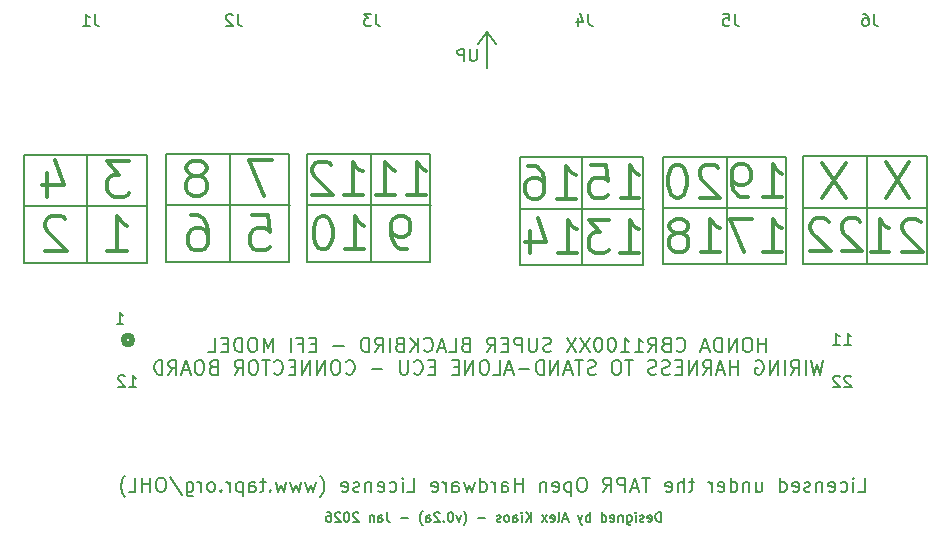
<source format=gbo>
G04 #@! TF.GenerationSoftware,KiCad,Pcbnew,6.0.11-2627ca5db0~126~ubuntu22.04.1*
G04 #@! TF.CreationDate,2026-01-10T21:31:22+11:00*
G04 #@! TF.ProjectId,CBR_AdapterBoard,4342525f-4164-4617-9074-6572426f6172,rev?*
G04 #@! TF.SameCoordinates,Original*
G04 #@! TF.FileFunction,Legend,Bot*
G04 #@! TF.FilePolarity,Positive*
%FSLAX46Y46*%
G04 Gerber Fmt 4.6, Leading zero omitted, Abs format (unit mm)*
G04 Created by KiCad (PCBNEW 6.0.11-2627ca5db0~126~ubuntu22.04.1) date 2026-01-10 21:31:22*
%MOMM*%
%LPD*%
G01*
G04 APERTURE LIST*
%ADD10C,0.150000*%
%ADD11C,0.200000*%
%ADD12C,0.300000*%
%ADD13C,0.508000*%
G04 APERTURE END LIST*
D10*
X160525000Y-76620000D02*
X160525000Y-67545000D01*
D11*
X140201000Y-59986000D02*
X140201000Y-56938000D01*
X140201000Y-56938000D02*
X139439000Y-57954000D01*
D10*
X113062500Y-76420000D02*
X123487500Y-76420000D01*
X123487500Y-76420000D02*
X123487500Y-67282500D01*
X123487500Y-67282500D02*
X113062500Y-67282500D01*
X113062500Y-67282500D02*
X113062500Y-76420000D01*
X118475000Y-76382500D02*
X118475000Y-67307500D01*
X155150000Y-71895000D02*
X165575000Y-71895000D01*
X148280000Y-76705000D02*
X148280000Y-67630000D01*
X101012500Y-71732500D02*
X111437500Y-71732500D01*
X100975000Y-76495000D02*
X111400000Y-76495000D01*
X111400000Y-76495000D02*
X111400000Y-67357500D01*
X111400000Y-67357500D02*
X100975000Y-67357500D01*
X100975000Y-67357500D02*
X100975000Y-76495000D01*
X106387500Y-76457500D02*
X106387500Y-67382500D01*
X124987500Y-76420000D02*
X135412500Y-76420000D01*
X135412500Y-76420000D02*
X135412500Y-67282500D01*
X135412500Y-67282500D02*
X124987500Y-67282500D01*
X124987500Y-67282500D02*
X124987500Y-76420000D01*
X167012500Y-76607500D02*
X177437500Y-76607500D01*
X177437500Y-76607500D02*
X177437500Y-67470000D01*
X177437500Y-67470000D02*
X167012500Y-67470000D01*
X167012500Y-67470000D02*
X167012500Y-76607500D01*
X167050000Y-71845000D02*
X177475000Y-71845000D01*
D11*
X140963000Y-57954000D02*
X140201000Y-56938000D01*
D10*
X172425000Y-76570000D02*
X172425000Y-67495000D01*
X125025000Y-71657500D02*
X135450000Y-71657500D01*
X143062500Y-71970000D02*
X153487500Y-71970000D01*
X155112500Y-76657500D02*
X165537500Y-76657500D01*
X165537500Y-76657500D02*
X165537500Y-67520000D01*
X165537500Y-67520000D02*
X155112500Y-67520000D01*
X155112500Y-67520000D02*
X155112500Y-76657500D01*
X143025000Y-76732500D02*
X153450000Y-76732500D01*
X153450000Y-76732500D02*
X153450000Y-67595000D01*
X153450000Y-67595000D02*
X143025000Y-67595000D01*
X143025000Y-67595000D02*
X143025000Y-76732500D01*
X130400000Y-76382500D02*
X130400000Y-67307500D01*
X113100000Y-71657500D02*
X123525000Y-71657500D01*
D12*
X146245833Y-75686666D02*
X147845833Y-75686666D01*
X147045833Y-75686666D02*
X147045833Y-72886666D01*
X147312500Y-73286666D01*
X147579166Y-73553333D01*
X147845833Y-73686666D01*
X143845833Y-73820000D02*
X143845833Y-75686666D01*
X144512500Y-72753333D02*
X145179166Y-74753333D01*
X143445833Y-74753333D01*
D10*
X170460476Y-83472380D02*
X171031904Y-83472380D01*
X170746190Y-83472380D02*
X170746190Y-82472380D01*
X170841428Y-82615238D01*
X170936666Y-82710476D01*
X171031904Y-82758095D01*
X169508095Y-83472380D02*
X170079523Y-83472380D01*
X169793809Y-83472380D02*
X169793809Y-82472380D01*
X169889047Y-82615238D01*
X169984285Y-82710476D01*
X170079523Y-82758095D01*
D12*
X133458333Y-75374166D02*
X132925000Y-75374166D01*
X132658333Y-75240833D01*
X132525000Y-75107500D01*
X132258333Y-74707500D01*
X132125000Y-74174166D01*
X132125000Y-73107500D01*
X132258333Y-72840833D01*
X132391666Y-72707500D01*
X132658333Y-72574166D01*
X133191666Y-72574166D01*
X133458333Y-72707500D01*
X133591666Y-72840833D01*
X133725000Y-73107500D01*
X133725000Y-73774166D01*
X133591666Y-74040833D01*
X133458333Y-74174166D01*
X133191666Y-74307500D01*
X132658333Y-74307500D01*
X132391666Y-74174166D01*
X132258333Y-74040833D01*
X132125000Y-73774166D01*
D10*
X171634285Y-95902857D02*
X172205714Y-95902857D01*
X172205714Y-94702857D01*
X171234285Y-95902857D02*
X171234285Y-95102857D01*
X171234285Y-94702857D02*
X171291428Y-94760000D01*
X171234285Y-94817142D01*
X171177142Y-94760000D01*
X171234285Y-94702857D01*
X171234285Y-94817142D01*
X170148571Y-95845714D02*
X170262857Y-95902857D01*
X170491428Y-95902857D01*
X170605714Y-95845714D01*
X170662857Y-95788571D01*
X170720000Y-95674285D01*
X170720000Y-95331428D01*
X170662857Y-95217142D01*
X170605714Y-95160000D01*
X170491428Y-95102857D01*
X170262857Y-95102857D01*
X170148571Y-95160000D01*
X169177142Y-95845714D02*
X169291428Y-95902857D01*
X169520000Y-95902857D01*
X169634285Y-95845714D01*
X169691428Y-95731428D01*
X169691428Y-95274285D01*
X169634285Y-95160000D01*
X169520000Y-95102857D01*
X169291428Y-95102857D01*
X169177142Y-95160000D01*
X169120000Y-95274285D01*
X169120000Y-95388571D01*
X169691428Y-95502857D01*
X168605714Y-95102857D02*
X168605714Y-95902857D01*
X168605714Y-95217142D02*
X168548571Y-95160000D01*
X168434285Y-95102857D01*
X168262857Y-95102857D01*
X168148571Y-95160000D01*
X168091428Y-95274285D01*
X168091428Y-95902857D01*
X167577142Y-95845714D02*
X167462857Y-95902857D01*
X167234285Y-95902857D01*
X167120000Y-95845714D01*
X167062857Y-95731428D01*
X167062857Y-95674285D01*
X167120000Y-95560000D01*
X167234285Y-95502857D01*
X167405714Y-95502857D01*
X167520000Y-95445714D01*
X167577142Y-95331428D01*
X167577142Y-95274285D01*
X167520000Y-95160000D01*
X167405714Y-95102857D01*
X167234285Y-95102857D01*
X167120000Y-95160000D01*
X166091428Y-95845714D02*
X166205714Y-95902857D01*
X166434285Y-95902857D01*
X166548571Y-95845714D01*
X166605714Y-95731428D01*
X166605714Y-95274285D01*
X166548571Y-95160000D01*
X166434285Y-95102857D01*
X166205714Y-95102857D01*
X166091428Y-95160000D01*
X166034285Y-95274285D01*
X166034285Y-95388571D01*
X166605714Y-95502857D01*
X165005714Y-95902857D02*
X165005714Y-94702857D01*
X165005714Y-95845714D02*
X165120000Y-95902857D01*
X165348571Y-95902857D01*
X165462857Y-95845714D01*
X165520000Y-95788571D01*
X165577142Y-95674285D01*
X165577142Y-95331428D01*
X165520000Y-95217142D01*
X165462857Y-95160000D01*
X165348571Y-95102857D01*
X165120000Y-95102857D01*
X165005714Y-95160000D01*
X163005714Y-95102857D02*
X163005714Y-95902857D01*
X163520000Y-95102857D02*
X163520000Y-95731428D01*
X163462857Y-95845714D01*
X163348571Y-95902857D01*
X163177142Y-95902857D01*
X163062857Y-95845714D01*
X163005714Y-95788571D01*
X162434285Y-95102857D02*
X162434285Y-95902857D01*
X162434285Y-95217142D02*
X162377142Y-95160000D01*
X162262857Y-95102857D01*
X162091428Y-95102857D01*
X161977142Y-95160000D01*
X161920000Y-95274285D01*
X161920000Y-95902857D01*
X160834285Y-95902857D02*
X160834285Y-94702857D01*
X160834285Y-95845714D02*
X160948571Y-95902857D01*
X161177142Y-95902857D01*
X161291428Y-95845714D01*
X161348571Y-95788571D01*
X161405714Y-95674285D01*
X161405714Y-95331428D01*
X161348571Y-95217142D01*
X161291428Y-95160000D01*
X161177142Y-95102857D01*
X160948571Y-95102857D01*
X160834285Y-95160000D01*
X159805714Y-95845714D02*
X159920000Y-95902857D01*
X160148571Y-95902857D01*
X160262857Y-95845714D01*
X160320000Y-95731428D01*
X160320000Y-95274285D01*
X160262857Y-95160000D01*
X160148571Y-95102857D01*
X159920000Y-95102857D01*
X159805714Y-95160000D01*
X159748571Y-95274285D01*
X159748571Y-95388571D01*
X160320000Y-95502857D01*
X159234285Y-95902857D02*
X159234285Y-95102857D01*
X159234285Y-95331428D02*
X159177142Y-95217142D01*
X159120000Y-95160000D01*
X159005714Y-95102857D01*
X158891428Y-95102857D01*
X157748571Y-95102857D02*
X157291428Y-95102857D01*
X157577142Y-94702857D02*
X157577142Y-95731428D01*
X157520000Y-95845714D01*
X157405714Y-95902857D01*
X157291428Y-95902857D01*
X156891428Y-95902857D02*
X156891428Y-94702857D01*
X156377142Y-95902857D02*
X156377142Y-95274285D01*
X156434285Y-95160000D01*
X156548571Y-95102857D01*
X156720000Y-95102857D01*
X156834285Y-95160000D01*
X156891428Y-95217142D01*
X155348571Y-95845714D02*
X155462857Y-95902857D01*
X155691428Y-95902857D01*
X155805714Y-95845714D01*
X155862857Y-95731428D01*
X155862857Y-95274285D01*
X155805714Y-95160000D01*
X155691428Y-95102857D01*
X155462857Y-95102857D01*
X155348571Y-95160000D01*
X155291428Y-95274285D01*
X155291428Y-95388571D01*
X155862857Y-95502857D01*
X154034285Y-94702857D02*
X153348571Y-94702857D01*
X153691428Y-95902857D02*
X153691428Y-94702857D01*
X153005714Y-95560000D02*
X152434285Y-95560000D01*
X153120000Y-95902857D02*
X152720000Y-94702857D01*
X152320000Y-95902857D01*
X151920000Y-95902857D02*
X151920000Y-94702857D01*
X151462857Y-94702857D01*
X151348571Y-94760000D01*
X151291428Y-94817142D01*
X151234285Y-94931428D01*
X151234285Y-95102857D01*
X151291428Y-95217142D01*
X151348571Y-95274285D01*
X151462857Y-95331428D01*
X151920000Y-95331428D01*
X150034285Y-95902857D02*
X150434285Y-95331428D01*
X150720000Y-95902857D02*
X150720000Y-94702857D01*
X150262857Y-94702857D01*
X150148571Y-94760000D01*
X150091428Y-94817142D01*
X150034285Y-94931428D01*
X150034285Y-95102857D01*
X150091428Y-95217142D01*
X150148571Y-95274285D01*
X150262857Y-95331428D01*
X150720000Y-95331428D01*
X148377142Y-94702857D02*
X148148571Y-94702857D01*
X148034285Y-94760000D01*
X147920000Y-94874285D01*
X147862857Y-95102857D01*
X147862857Y-95502857D01*
X147920000Y-95731428D01*
X148034285Y-95845714D01*
X148148571Y-95902857D01*
X148377142Y-95902857D01*
X148491428Y-95845714D01*
X148605714Y-95731428D01*
X148662857Y-95502857D01*
X148662857Y-95102857D01*
X148605714Y-94874285D01*
X148491428Y-94760000D01*
X148377142Y-94702857D01*
X147348571Y-95102857D02*
X147348571Y-96302857D01*
X147348571Y-95160000D02*
X147234285Y-95102857D01*
X147005714Y-95102857D01*
X146891428Y-95160000D01*
X146834285Y-95217142D01*
X146777142Y-95331428D01*
X146777142Y-95674285D01*
X146834285Y-95788571D01*
X146891428Y-95845714D01*
X147005714Y-95902857D01*
X147234285Y-95902857D01*
X147348571Y-95845714D01*
X145805714Y-95845714D02*
X145920000Y-95902857D01*
X146148571Y-95902857D01*
X146262857Y-95845714D01*
X146320000Y-95731428D01*
X146320000Y-95274285D01*
X146262857Y-95160000D01*
X146148571Y-95102857D01*
X145920000Y-95102857D01*
X145805714Y-95160000D01*
X145748571Y-95274285D01*
X145748571Y-95388571D01*
X146320000Y-95502857D01*
X145234285Y-95102857D02*
X145234285Y-95902857D01*
X145234285Y-95217142D02*
X145177142Y-95160000D01*
X145062857Y-95102857D01*
X144891428Y-95102857D01*
X144777142Y-95160000D01*
X144720000Y-95274285D01*
X144720000Y-95902857D01*
X143234285Y-95902857D02*
X143234285Y-94702857D01*
X143234285Y-95274285D02*
X142548571Y-95274285D01*
X142548571Y-95902857D02*
X142548571Y-94702857D01*
X141462857Y-95902857D02*
X141462857Y-95274285D01*
X141520000Y-95160000D01*
X141634285Y-95102857D01*
X141862857Y-95102857D01*
X141977142Y-95160000D01*
X141462857Y-95845714D02*
X141577142Y-95902857D01*
X141862857Y-95902857D01*
X141977142Y-95845714D01*
X142034285Y-95731428D01*
X142034285Y-95617142D01*
X141977142Y-95502857D01*
X141862857Y-95445714D01*
X141577142Y-95445714D01*
X141462857Y-95388571D01*
X140891428Y-95902857D02*
X140891428Y-95102857D01*
X140891428Y-95331428D02*
X140834285Y-95217142D01*
X140777142Y-95160000D01*
X140662857Y-95102857D01*
X140548571Y-95102857D01*
X139634285Y-95902857D02*
X139634285Y-94702857D01*
X139634285Y-95845714D02*
X139748571Y-95902857D01*
X139977142Y-95902857D01*
X140091428Y-95845714D01*
X140148571Y-95788571D01*
X140205714Y-95674285D01*
X140205714Y-95331428D01*
X140148571Y-95217142D01*
X140091428Y-95160000D01*
X139977142Y-95102857D01*
X139748571Y-95102857D01*
X139634285Y-95160000D01*
X139177142Y-95102857D02*
X138948571Y-95902857D01*
X138720000Y-95331428D01*
X138491428Y-95902857D01*
X138262857Y-95102857D01*
X137291428Y-95902857D02*
X137291428Y-95274285D01*
X137348571Y-95160000D01*
X137462857Y-95102857D01*
X137691428Y-95102857D01*
X137805714Y-95160000D01*
X137291428Y-95845714D02*
X137405714Y-95902857D01*
X137691428Y-95902857D01*
X137805714Y-95845714D01*
X137862857Y-95731428D01*
X137862857Y-95617142D01*
X137805714Y-95502857D01*
X137691428Y-95445714D01*
X137405714Y-95445714D01*
X137291428Y-95388571D01*
X136720000Y-95902857D02*
X136720000Y-95102857D01*
X136720000Y-95331428D02*
X136662857Y-95217142D01*
X136605714Y-95160000D01*
X136491428Y-95102857D01*
X136377142Y-95102857D01*
X135520000Y-95845714D02*
X135634285Y-95902857D01*
X135862857Y-95902857D01*
X135977142Y-95845714D01*
X136034285Y-95731428D01*
X136034285Y-95274285D01*
X135977142Y-95160000D01*
X135862857Y-95102857D01*
X135634285Y-95102857D01*
X135520000Y-95160000D01*
X135462857Y-95274285D01*
X135462857Y-95388571D01*
X136034285Y-95502857D01*
X133462857Y-95902857D02*
X134034285Y-95902857D01*
X134034285Y-94702857D01*
X133062857Y-95902857D02*
X133062857Y-95102857D01*
X133062857Y-94702857D02*
X133120000Y-94760000D01*
X133062857Y-94817142D01*
X133005714Y-94760000D01*
X133062857Y-94702857D01*
X133062857Y-94817142D01*
X131977142Y-95845714D02*
X132091428Y-95902857D01*
X132320000Y-95902857D01*
X132434285Y-95845714D01*
X132491428Y-95788571D01*
X132548571Y-95674285D01*
X132548571Y-95331428D01*
X132491428Y-95217142D01*
X132434285Y-95160000D01*
X132320000Y-95102857D01*
X132091428Y-95102857D01*
X131977142Y-95160000D01*
X131005714Y-95845714D02*
X131120000Y-95902857D01*
X131348571Y-95902857D01*
X131462857Y-95845714D01*
X131520000Y-95731428D01*
X131520000Y-95274285D01*
X131462857Y-95160000D01*
X131348571Y-95102857D01*
X131120000Y-95102857D01*
X131005714Y-95160000D01*
X130948571Y-95274285D01*
X130948571Y-95388571D01*
X131520000Y-95502857D01*
X130434285Y-95102857D02*
X130434285Y-95902857D01*
X130434285Y-95217142D02*
X130377142Y-95160000D01*
X130262857Y-95102857D01*
X130091428Y-95102857D01*
X129977142Y-95160000D01*
X129920000Y-95274285D01*
X129920000Y-95902857D01*
X129405714Y-95845714D02*
X129291428Y-95902857D01*
X129062857Y-95902857D01*
X128948571Y-95845714D01*
X128891428Y-95731428D01*
X128891428Y-95674285D01*
X128948571Y-95560000D01*
X129062857Y-95502857D01*
X129234285Y-95502857D01*
X129348571Y-95445714D01*
X129405714Y-95331428D01*
X129405714Y-95274285D01*
X129348571Y-95160000D01*
X129234285Y-95102857D01*
X129062857Y-95102857D01*
X128948571Y-95160000D01*
X127920000Y-95845714D02*
X128034285Y-95902857D01*
X128262857Y-95902857D01*
X128377142Y-95845714D01*
X128434285Y-95731428D01*
X128434285Y-95274285D01*
X128377142Y-95160000D01*
X128262857Y-95102857D01*
X128034285Y-95102857D01*
X127920000Y-95160000D01*
X127862857Y-95274285D01*
X127862857Y-95388571D01*
X128434285Y-95502857D01*
X126091428Y-96360000D02*
X126148571Y-96302857D01*
X126262857Y-96131428D01*
X126320000Y-96017142D01*
X126377142Y-95845714D01*
X126434285Y-95560000D01*
X126434285Y-95331428D01*
X126377142Y-95045714D01*
X126320000Y-94874285D01*
X126262857Y-94760000D01*
X126148571Y-94588571D01*
X126091428Y-94531428D01*
X125748571Y-95102857D02*
X125520000Y-95902857D01*
X125291428Y-95331428D01*
X125062857Y-95902857D01*
X124834285Y-95102857D01*
X124491428Y-95102857D02*
X124262857Y-95902857D01*
X124034285Y-95331428D01*
X123805714Y-95902857D01*
X123577142Y-95102857D01*
X123234285Y-95102857D02*
X123005714Y-95902857D01*
X122777142Y-95331428D01*
X122548571Y-95902857D01*
X122320000Y-95102857D01*
X121862857Y-95788571D02*
X121805714Y-95845714D01*
X121862857Y-95902857D01*
X121920000Y-95845714D01*
X121862857Y-95788571D01*
X121862857Y-95902857D01*
X121462857Y-95102857D02*
X121005714Y-95102857D01*
X121291428Y-94702857D02*
X121291428Y-95731428D01*
X121234285Y-95845714D01*
X121120000Y-95902857D01*
X121005714Y-95902857D01*
X120091428Y-95902857D02*
X120091428Y-95274285D01*
X120148571Y-95160000D01*
X120262857Y-95102857D01*
X120491428Y-95102857D01*
X120605714Y-95160000D01*
X120091428Y-95845714D02*
X120205714Y-95902857D01*
X120491428Y-95902857D01*
X120605714Y-95845714D01*
X120662857Y-95731428D01*
X120662857Y-95617142D01*
X120605714Y-95502857D01*
X120491428Y-95445714D01*
X120205714Y-95445714D01*
X120091428Y-95388571D01*
X119520000Y-95102857D02*
X119520000Y-96302857D01*
X119520000Y-95160000D02*
X119405714Y-95102857D01*
X119177142Y-95102857D01*
X119062857Y-95160000D01*
X119005714Y-95217142D01*
X118948571Y-95331428D01*
X118948571Y-95674285D01*
X119005714Y-95788571D01*
X119062857Y-95845714D01*
X119177142Y-95902857D01*
X119405714Y-95902857D01*
X119520000Y-95845714D01*
X118434285Y-95902857D02*
X118434285Y-95102857D01*
X118434285Y-95331428D02*
X118377142Y-95217142D01*
X118320000Y-95160000D01*
X118205714Y-95102857D01*
X118091428Y-95102857D01*
X117691428Y-95788571D02*
X117634285Y-95845714D01*
X117691428Y-95902857D01*
X117748571Y-95845714D01*
X117691428Y-95788571D01*
X117691428Y-95902857D01*
X116948571Y-95902857D02*
X117062857Y-95845714D01*
X117120000Y-95788571D01*
X117177142Y-95674285D01*
X117177142Y-95331428D01*
X117120000Y-95217142D01*
X117062857Y-95160000D01*
X116948571Y-95102857D01*
X116777142Y-95102857D01*
X116662857Y-95160000D01*
X116605714Y-95217142D01*
X116548571Y-95331428D01*
X116548571Y-95674285D01*
X116605714Y-95788571D01*
X116662857Y-95845714D01*
X116777142Y-95902857D01*
X116948571Y-95902857D01*
X116034285Y-95902857D02*
X116034285Y-95102857D01*
X116034285Y-95331428D02*
X115977142Y-95217142D01*
X115920000Y-95160000D01*
X115805714Y-95102857D01*
X115691428Y-95102857D01*
X114777142Y-95102857D02*
X114777142Y-96074285D01*
X114834285Y-96188571D01*
X114891428Y-96245714D01*
X115005714Y-96302857D01*
X115177142Y-96302857D01*
X115291428Y-96245714D01*
X114777142Y-95845714D02*
X114891428Y-95902857D01*
X115120000Y-95902857D01*
X115234285Y-95845714D01*
X115291428Y-95788571D01*
X115348571Y-95674285D01*
X115348571Y-95331428D01*
X115291428Y-95217142D01*
X115234285Y-95160000D01*
X115120000Y-95102857D01*
X114891428Y-95102857D01*
X114777142Y-95160000D01*
X113348571Y-94645714D02*
X114377142Y-96188571D01*
X112720000Y-94702857D02*
X112491428Y-94702857D01*
X112377142Y-94760000D01*
X112262857Y-94874285D01*
X112205714Y-95102857D01*
X112205714Y-95502857D01*
X112262857Y-95731428D01*
X112377142Y-95845714D01*
X112491428Y-95902857D01*
X112720000Y-95902857D01*
X112834285Y-95845714D01*
X112948571Y-95731428D01*
X113005714Y-95502857D01*
X113005714Y-95102857D01*
X112948571Y-94874285D01*
X112834285Y-94760000D01*
X112720000Y-94702857D01*
X111691428Y-95902857D02*
X111691428Y-94702857D01*
X111691428Y-95274285D02*
X111005714Y-95274285D01*
X111005714Y-95902857D02*
X111005714Y-94702857D01*
X109862857Y-95902857D02*
X110434285Y-95902857D01*
X110434285Y-94702857D01*
X109577142Y-96360000D02*
X109520000Y-96302857D01*
X109405714Y-96131428D01*
X109348571Y-96017142D01*
X109291428Y-95845714D01*
X109234285Y-95560000D01*
X109234285Y-95331428D01*
X109291428Y-95045714D01*
X109348571Y-94874285D01*
X109405714Y-94760000D01*
X109520000Y-94588571D01*
X109577142Y-94531428D01*
D12*
X163608333Y-75611666D02*
X165208333Y-75611666D01*
X164408333Y-75611666D02*
X164408333Y-72811666D01*
X164675000Y-73211666D01*
X164941666Y-73478333D01*
X165208333Y-73611666D01*
X162675000Y-72811666D02*
X160808333Y-72811666D01*
X162008333Y-75611666D01*
X151520833Y-71061666D02*
X153120833Y-71061666D01*
X152320833Y-71061666D02*
X152320833Y-68261666D01*
X152587500Y-68661666D01*
X152854166Y-68928333D01*
X153120833Y-69061666D01*
X148987500Y-68261666D02*
X150320833Y-68261666D01*
X150454166Y-69595000D01*
X150320833Y-69461666D01*
X150054166Y-69328333D01*
X149387500Y-69328333D01*
X149120833Y-69461666D01*
X148987500Y-69595000D01*
X148854166Y-69861666D01*
X148854166Y-70528333D01*
X148987500Y-70795000D01*
X149120833Y-70928333D01*
X149387500Y-71061666D01*
X150054166Y-71061666D01*
X150320833Y-70928333D01*
X150454166Y-70795000D01*
X151495833Y-75686666D02*
X153095833Y-75686666D01*
X152295833Y-75686666D02*
X152295833Y-72886666D01*
X152562500Y-73286666D01*
X152829166Y-73553333D01*
X153095833Y-73686666D01*
X150562500Y-72886666D02*
X148829166Y-72886666D01*
X149762500Y-73953333D01*
X149362500Y-73953333D01*
X149095833Y-74086666D01*
X148962500Y-74220000D01*
X148829166Y-74486666D01*
X148829166Y-75153333D01*
X148962500Y-75420000D01*
X149095833Y-75553333D01*
X149362500Y-75686666D01*
X150162500Y-75686666D01*
X150429166Y-75553333D01*
X150562500Y-75420000D01*
X170575000Y-68052142D02*
X168575000Y-71052142D01*
X168575000Y-68052142D02*
X170575000Y-71052142D01*
D10*
X107003333Y-55452380D02*
X107003333Y-56166666D01*
X107050952Y-56309523D01*
X107146190Y-56404761D01*
X107289047Y-56452380D01*
X107384285Y-56452380D01*
X106003333Y-56452380D02*
X106574761Y-56452380D01*
X106289047Y-56452380D02*
X106289047Y-55452380D01*
X106384285Y-55595238D01*
X106479523Y-55690476D01*
X106574761Y-55738095D01*
X172963333Y-55452380D02*
X172963333Y-56166666D01*
X173010952Y-56309523D01*
X173106190Y-56404761D01*
X173249047Y-56452380D01*
X173344285Y-56452380D01*
X172058571Y-55452380D02*
X172249047Y-55452380D01*
X172344285Y-55500000D01*
X172391904Y-55547619D01*
X172487142Y-55690476D01*
X172534761Y-55880952D01*
X172534761Y-56261904D01*
X172487142Y-56357142D01*
X172439523Y-56404761D01*
X172344285Y-56452380D01*
X172153809Y-56452380D01*
X172058571Y-56404761D01*
X172010952Y-56357142D01*
X171963333Y-56261904D01*
X171963333Y-56023809D01*
X172010952Y-55928571D01*
X172058571Y-55880952D01*
X172153809Y-55833333D01*
X172344285Y-55833333D01*
X172439523Y-55880952D01*
X172487142Y-55928571D01*
X172534761Y-56023809D01*
D12*
X175975000Y-68027142D02*
X173975000Y-71027142D01*
X173975000Y-68027142D02*
X175975000Y-71027142D01*
X108055357Y-75539642D02*
X109769642Y-75539642D01*
X108912500Y-75539642D02*
X108912500Y-72539642D01*
X109198214Y-72968214D01*
X109483928Y-73253928D01*
X109769642Y-73396785D01*
X122025000Y-67839642D02*
X120025000Y-67839642D01*
X121310714Y-70839642D01*
D10*
X148783333Y-55452380D02*
X148783333Y-56166666D01*
X148830952Y-56309523D01*
X148926190Y-56404761D01*
X149069047Y-56452380D01*
X149164285Y-56452380D01*
X147878571Y-55785714D02*
X147878571Y-56452380D01*
X148116666Y-55404761D02*
X148354761Y-56119047D01*
X147735714Y-56119047D01*
D12*
X171833333Y-73028333D02*
X171700000Y-72895000D01*
X171433333Y-72761666D01*
X170766666Y-72761666D01*
X170500000Y-72895000D01*
X170366666Y-73028333D01*
X170233333Y-73295000D01*
X170233333Y-73561666D01*
X170366666Y-73961666D01*
X171966666Y-75561666D01*
X170233333Y-75561666D01*
X169166666Y-73028333D02*
X169033333Y-72895000D01*
X168766666Y-72761666D01*
X168100000Y-72761666D01*
X167833333Y-72895000D01*
X167700000Y-73028333D01*
X167566666Y-73295000D01*
X167566666Y-73561666D01*
X167700000Y-73961666D01*
X169300000Y-75561666D01*
X167566666Y-75561666D01*
D10*
X130803333Y-55452380D02*
X130803333Y-56166666D01*
X130850952Y-56309523D01*
X130946190Y-56404761D01*
X131089047Y-56452380D01*
X131184285Y-56452380D01*
X130422380Y-55452380D02*
X129803333Y-55452380D01*
X130136666Y-55833333D01*
X129993809Y-55833333D01*
X129898571Y-55880952D01*
X129850952Y-55928571D01*
X129803333Y-56023809D01*
X129803333Y-56261904D01*
X129850952Y-56357142D01*
X129898571Y-56404761D01*
X129993809Y-56452380D01*
X130279523Y-56452380D01*
X130374761Y-56404761D01*
X130422380Y-56357142D01*
D12*
X133483333Y-70749166D02*
X135083333Y-70749166D01*
X134283333Y-70749166D02*
X134283333Y-67949166D01*
X134550000Y-68349166D01*
X134816666Y-68615833D01*
X135083333Y-68749166D01*
X130816666Y-70749166D02*
X132416666Y-70749166D01*
X131616666Y-70749166D02*
X131616666Y-67949166D01*
X131883333Y-68349166D01*
X132150000Y-68615833D01*
X132416666Y-68749166D01*
X128208333Y-75374166D02*
X129808333Y-75374166D01*
X129008333Y-75374166D02*
X129008333Y-72574166D01*
X129275000Y-72974166D01*
X129541666Y-73240833D01*
X129808333Y-73374166D01*
X126475000Y-72574166D02*
X126208333Y-72574166D01*
X125941666Y-72707500D01*
X125808333Y-72840833D01*
X125675000Y-73107500D01*
X125541666Y-73640833D01*
X125541666Y-74307500D01*
X125675000Y-74840833D01*
X125808333Y-75107500D01*
X125941666Y-75240833D01*
X126208333Y-75374166D01*
X126475000Y-75374166D01*
X126741666Y-75240833D01*
X126875000Y-75107500D01*
X127008333Y-74840833D01*
X127141666Y-74307500D01*
X127141666Y-73640833D01*
X127008333Y-73107500D01*
X126875000Y-72840833D01*
X126741666Y-72707500D01*
X126475000Y-72574166D01*
D10*
X119103333Y-55452380D02*
X119103333Y-56166666D01*
X119150952Y-56309523D01*
X119246190Y-56404761D01*
X119389047Y-56452380D01*
X119484285Y-56452380D01*
X118674761Y-55547619D02*
X118627142Y-55500000D01*
X118531904Y-55452380D01*
X118293809Y-55452380D01*
X118198571Y-55500000D01*
X118150952Y-55547619D01*
X118103333Y-55642857D01*
X118103333Y-55738095D01*
X118150952Y-55880952D01*
X118722380Y-56452380D01*
X118103333Y-56452380D01*
X108864285Y-81697380D02*
X109435714Y-81697380D01*
X109150000Y-81697380D02*
X109150000Y-80697380D01*
X109245238Y-80840238D01*
X109340476Y-80935476D01*
X109435714Y-80983095D01*
X154927380Y-98436904D02*
X154927380Y-97636904D01*
X154736904Y-97636904D01*
X154622619Y-97675000D01*
X154546428Y-97751190D01*
X154508333Y-97827380D01*
X154470238Y-97979761D01*
X154470238Y-98094047D01*
X154508333Y-98246428D01*
X154546428Y-98322619D01*
X154622619Y-98398809D01*
X154736904Y-98436904D01*
X154927380Y-98436904D01*
X153822619Y-98398809D02*
X153898809Y-98436904D01*
X154051190Y-98436904D01*
X154127380Y-98398809D01*
X154165476Y-98322619D01*
X154165476Y-98017857D01*
X154127380Y-97941666D01*
X154051190Y-97903571D01*
X153898809Y-97903571D01*
X153822619Y-97941666D01*
X153784523Y-98017857D01*
X153784523Y-98094047D01*
X154165476Y-98170238D01*
X153479761Y-98398809D02*
X153403571Y-98436904D01*
X153251190Y-98436904D01*
X153175000Y-98398809D01*
X153136904Y-98322619D01*
X153136904Y-98284523D01*
X153175000Y-98208333D01*
X153251190Y-98170238D01*
X153365476Y-98170238D01*
X153441666Y-98132142D01*
X153479761Y-98055952D01*
X153479761Y-98017857D01*
X153441666Y-97941666D01*
X153365476Y-97903571D01*
X153251190Y-97903571D01*
X153175000Y-97941666D01*
X152794047Y-98436904D02*
X152794047Y-97903571D01*
X152794047Y-97636904D02*
X152832142Y-97675000D01*
X152794047Y-97713095D01*
X152755952Y-97675000D01*
X152794047Y-97636904D01*
X152794047Y-97713095D01*
X152070238Y-97903571D02*
X152070238Y-98551190D01*
X152108333Y-98627380D01*
X152146428Y-98665476D01*
X152222619Y-98703571D01*
X152336904Y-98703571D01*
X152413095Y-98665476D01*
X152070238Y-98398809D02*
X152146428Y-98436904D01*
X152298809Y-98436904D01*
X152375000Y-98398809D01*
X152413095Y-98360714D01*
X152451190Y-98284523D01*
X152451190Y-98055952D01*
X152413095Y-97979761D01*
X152375000Y-97941666D01*
X152298809Y-97903571D01*
X152146428Y-97903571D01*
X152070238Y-97941666D01*
X151689285Y-97903571D02*
X151689285Y-98436904D01*
X151689285Y-97979761D02*
X151651190Y-97941666D01*
X151575000Y-97903571D01*
X151460714Y-97903571D01*
X151384523Y-97941666D01*
X151346428Y-98017857D01*
X151346428Y-98436904D01*
X150660714Y-98398809D02*
X150736904Y-98436904D01*
X150889285Y-98436904D01*
X150965476Y-98398809D01*
X151003571Y-98322619D01*
X151003571Y-98017857D01*
X150965476Y-97941666D01*
X150889285Y-97903571D01*
X150736904Y-97903571D01*
X150660714Y-97941666D01*
X150622619Y-98017857D01*
X150622619Y-98094047D01*
X151003571Y-98170238D01*
X149936904Y-98436904D02*
X149936904Y-97636904D01*
X149936904Y-98398809D02*
X150013095Y-98436904D01*
X150165476Y-98436904D01*
X150241666Y-98398809D01*
X150279761Y-98360714D01*
X150317857Y-98284523D01*
X150317857Y-98055952D01*
X150279761Y-97979761D01*
X150241666Y-97941666D01*
X150165476Y-97903571D01*
X150013095Y-97903571D01*
X149936904Y-97941666D01*
X148946428Y-98436904D02*
X148946428Y-97636904D01*
X148946428Y-97941666D02*
X148870238Y-97903571D01*
X148717857Y-97903571D01*
X148641666Y-97941666D01*
X148603571Y-97979761D01*
X148565476Y-98055952D01*
X148565476Y-98284523D01*
X148603571Y-98360714D01*
X148641666Y-98398809D01*
X148717857Y-98436904D01*
X148870238Y-98436904D01*
X148946428Y-98398809D01*
X148298809Y-97903571D02*
X148108333Y-98436904D01*
X147917857Y-97903571D02*
X148108333Y-98436904D01*
X148184523Y-98627380D01*
X148222619Y-98665476D01*
X148298809Y-98703571D01*
X147041666Y-98208333D02*
X146660714Y-98208333D01*
X147117857Y-98436904D02*
X146851190Y-97636904D01*
X146584523Y-98436904D01*
X146203571Y-98436904D02*
X146279761Y-98398809D01*
X146317857Y-98322619D01*
X146317857Y-97636904D01*
X145594047Y-98398809D02*
X145670238Y-98436904D01*
X145822619Y-98436904D01*
X145898809Y-98398809D01*
X145936904Y-98322619D01*
X145936904Y-98017857D01*
X145898809Y-97941666D01*
X145822619Y-97903571D01*
X145670238Y-97903571D01*
X145594047Y-97941666D01*
X145555952Y-98017857D01*
X145555952Y-98094047D01*
X145936904Y-98170238D01*
X145289285Y-98436904D02*
X144870238Y-97903571D01*
X145289285Y-97903571D02*
X144870238Y-98436904D01*
X143955952Y-98436904D02*
X143955952Y-97636904D01*
X143498809Y-98436904D02*
X143841666Y-97979761D01*
X143498809Y-97636904D02*
X143955952Y-98094047D01*
X143155952Y-98436904D02*
X143155952Y-97903571D01*
X143155952Y-97636904D02*
X143194047Y-97675000D01*
X143155952Y-97713095D01*
X143117857Y-97675000D01*
X143155952Y-97636904D01*
X143155952Y-97713095D01*
X142432142Y-98436904D02*
X142432142Y-98017857D01*
X142470238Y-97941666D01*
X142546428Y-97903571D01*
X142698809Y-97903571D01*
X142775000Y-97941666D01*
X142432142Y-98398809D02*
X142508333Y-98436904D01*
X142698809Y-98436904D01*
X142775000Y-98398809D01*
X142813095Y-98322619D01*
X142813095Y-98246428D01*
X142775000Y-98170238D01*
X142698809Y-98132142D01*
X142508333Y-98132142D01*
X142432142Y-98094047D01*
X141936904Y-98436904D02*
X142013095Y-98398809D01*
X142051190Y-98360714D01*
X142089285Y-98284523D01*
X142089285Y-98055952D01*
X142051190Y-97979761D01*
X142013095Y-97941666D01*
X141936904Y-97903571D01*
X141822619Y-97903571D01*
X141746428Y-97941666D01*
X141708333Y-97979761D01*
X141670238Y-98055952D01*
X141670238Y-98284523D01*
X141708333Y-98360714D01*
X141746428Y-98398809D01*
X141822619Y-98436904D01*
X141936904Y-98436904D01*
X141365476Y-98398809D02*
X141289285Y-98436904D01*
X141136904Y-98436904D01*
X141060714Y-98398809D01*
X141022619Y-98322619D01*
X141022619Y-98284523D01*
X141060714Y-98208333D01*
X141136904Y-98170238D01*
X141251190Y-98170238D01*
X141327380Y-98132142D01*
X141365476Y-98055952D01*
X141365476Y-98017857D01*
X141327380Y-97941666D01*
X141251190Y-97903571D01*
X141136904Y-97903571D01*
X141060714Y-97941666D01*
X140070238Y-98132142D02*
X139460714Y-98132142D01*
X138241666Y-98741666D02*
X138279761Y-98703571D01*
X138355952Y-98589285D01*
X138394047Y-98513095D01*
X138432142Y-98398809D01*
X138470238Y-98208333D01*
X138470238Y-98055952D01*
X138432142Y-97865476D01*
X138394047Y-97751190D01*
X138355952Y-97675000D01*
X138279761Y-97560714D01*
X138241666Y-97522619D01*
X138013095Y-97903571D02*
X137822619Y-98436904D01*
X137632142Y-97903571D01*
X137175000Y-97636904D02*
X137098809Y-97636904D01*
X137022619Y-97675000D01*
X136984523Y-97713095D01*
X136946428Y-97789285D01*
X136908333Y-97941666D01*
X136908333Y-98132142D01*
X136946428Y-98284523D01*
X136984523Y-98360714D01*
X137022619Y-98398809D01*
X137098809Y-98436904D01*
X137175000Y-98436904D01*
X137251190Y-98398809D01*
X137289285Y-98360714D01*
X137327380Y-98284523D01*
X137365476Y-98132142D01*
X137365476Y-97941666D01*
X137327380Y-97789285D01*
X137289285Y-97713095D01*
X137251190Y-97675000D01*
X137175000Y-97636904D01*
X136565476Y-98360714D02*
X136527380Y-98398809D01*
X136565476Y-98436904D01*
X136603571Y-98398809D01*
X136565476Y-98360714D01*
X136565476Y-98436904D01*
X136222619Y-97713095D02*
X136184523Y-97675000D01*
X136108333Y-97636904D01*
X135917857Y-97636904D01*
X135841666Y-97675000D01*
X135803571Y-97713095D01*
X135765476Y-97789285D01*
X135765476Y-97865476D01*
X135803571Y-97979761D01*
X136260714Y-98436904D01*
X135765476Y-98436904D01*
X135079761Y-98436904D02*
X135079761Y-98017857D01*
X135117857Y-97941666D01*
X135194047Y-97903571D01*
X135346428Y-97903571D01*
X135422619Y-97941666D01*
X135079761Y-98398809D02*
X135155952Y-98436904D01*
X135346428Y-98436904D01*
X135422619Y-98398809D01*
X135460714Y-98322619D01*
X135460714Y-98246428D01*
X135422619Y-98170238D01*
X135346428Y-98132142D01*
X135155952Y-98132142D01*
X135079761Y-98094047D01*
X134775000Y-98741666D02*
X134736904Y-98703571D01*
X134660714Y-98589285D01*
X134622619Y-98513095D01*
X134584523Y-98398809D01*
X134546428Y-98208333D01*
X134546428Y-98055952D01*
X134584523Y-97865476D01*
X134622619Y-97751190D01*
X134660714Y-97675000D01*
X134736904Y-97560714D01*
X134775000Y-97522619D01*
X133555952Y-98132142D02*
X132946428Y-98132142D01*
X131727380Y-97636904D02*
X131727380Y-98208333D01*
X131765476Y-98322619D01*
X131841666Y-98398809D01*
X131955952Y-98436904D01*
X132032142Y-98436904D01*
X131003571Y-98436904D02*
X131003571Y-98017857D01*
X131041666Y-97941666D01*
X131117857Y-97903571D01*
X131270238Y-97903571D01*
X131346428Y-97941666D01*
X131003571Y-98398809D02*
X131079761Y-98436904D01*
X131270238Y-98436904D01*
X131346428Y-98398809D01*
X131384523Y-98322619D01*
X131384523Y-98246428D01*
X131346428Y-98170238D01*
X131270238Y-98132142D01*
X131079761Y-98132142D01*
X131003571Y-98094047D01*
X130622619Y-97903571D02*
X130622619Y-98436904D01*
X130622619Y-97979761D02*
X130584523Y-97941666D01*
X130508333Y-97903571D01*
X130394047Y-97903571D01*
X130317857Y-97941666D01*
X130279761Y-98017857D01*
X130279761Y-98436904D01*
X129327380Y-97713095D02*
X129289285Y-97675000D01*
X129213095Y-97636904D01*
X129022619Y-97636904D01*
X128946428Y-97675000D01*
X128908333Y-97713095D01*
X128870238Y-97789285D01*
X128870238Y-97865476D01*
X128908333Y-97979761D01*
X129365476Y-98436904D01*
X128870238Y-98436904D01*
X128375000Y-97636904D02*
X128298809Y-97636904D01*
X128222619Y-97675000D01*
X128184523Y-97713095D01*
X128146428Y-97789285D01*
X128108333Y-97941666D01*
X128108333Y-98132142D01*
X128146428Y-98284523D01*
X128184523Y-98360714D01*
X128222619Y-98398809D01*
X128298809Y-98436904D01*
X128375000Y-98436904D01*
X128451190Y-98398809D01*
X128489285Y-98360714D01*
X128527380Y-98284523D01*
X128565476Y-98132142D01*
X128565476Y-97941666D01*
X128527380Y-97789285D01*
X128489285Y-97713095D01*
X128451190Y-97675000D01*
X128375000Y-97636904D01*
X127803571Y-97713095D02*
X127765476Y-97675000D01*
X127689285Y-97636904D01*
X127498809Y-97636904D01*
X127422619Y-97675000D01*
X127384523Y-97713095D01*
X127346428Y-97789285D01*
X127346428Y-97865476D01*
X127384523Y-97979761D01*
X127841666Y-98436904D01*
X127346428Y-98436904D01*
X126660714Y-97636904D02*
X126813095Y-97636904D01*
X126889285Y-97675000D01*
X126927380Y-97713095D01*
X127003571Y-97827380D01*
X127041666Y-97979761D01*
X127041666Y-98284523D01*
X127003571Y-98360714D01*
X126965476Y-98398809D01*
X126889285Y-98436904D01*
X126736904Y-98436904D01*
X126660714Y-98398809D01*
X126622619Y-98360714D01*
X126584523Y-98284523D01*
X126584523Y-98094047D01*
X126622619Y-98017857D01*
X126660714Y-97979761D01*
X126736904Y-97941666D01*
X126889285Y-97941666D01*
X126965476Y-97979761D01*
X127003571Y-98017857D01*
X127041666Y-98094047D01*
D12*
X176958333Y-73078333D02*
X176825000Y-72945000D01*
X176558333Y-72811666D01*
X175891666Y-72811666D01*
X175625000Y-72945000D01*
X175491666Y-73078333D01*
X175358333Y-73345000D01*
X175358333Y-73611666D01*
X175491666Y-74011666D01*
X177091666Y-75611666D01*
X175358333Y-75611666D01*
X172691666Y-75611666D02*
X174291666Y-75611666D01*
X173491666Y-75611666D02*
X173491666Y-72811666D01*
X173758333Y-73211666D01*
X174025000Y-73478333D01*
X174291666Y-73611666D01*
X146120833Y-71086666D02*
X147720833Y-71086666D01*
X146920833Y-71086666D02*
X146920833Y-68286666D01*
X147187500Y-68686666D01*
X147454166Y-68953333D01*
X147720833Y-69086666D01*
X143720833Y-68286666D02*
X144254166Y-68286666D01*
X144520833Y-68420000D01*
X144654166Y-68553333D01*
X144920833Y-68953333D01*
X145054166Y-69486666D01*
X145054166Y-70553333D01*
X144920833Y-70820000D01*
X144787500Y-70953333D01*
X144520833Y-71086666D01*
X143987500Y-71086666D01*
X143720833Y-70953333D01*
X143587500Y-70820000D01*
X143454166Y-70553333D01*
X143454166Y-69886666D01*
X143587500Y-69620000D01*
X143720833Y-69486666D01*
X143987500Y-69353333D01*
X144520833Y-69353333D01*
X144787500Y-69486666D01*
X144920833Y-69620000D01*
X145054166Y-69886666D01*
X104519642Y-72825357D02*
X104376785Y-72682500D01*
X104091071Y-72539642D01*
X103376785Y-72539642D01*
X103091071Y-72682500D01*
X102948214Y-72825357D01*
X102805357Y-73111071D01*
X102805357Y-73396785D01*
X102948214Y-73825357D01*
X104662500Y-75539642D01*
X102805357Y-75539642D01*
X115178571Y-72464642D02*
X115750000Y-72464642D01*
X116035714Y-72607500D01*
X116178571Y-72750357D01*
X116464285Y-73178928D01*
X116607142Y-73750357D01*
X116607142Y-74893214D01*
X116464285Y-75178928D01*
X116321428Y-75321785D01*
X116035714Y-75464642D01*
X115464285Y-75464642D01*
X115178571Y-75321785D01*
X115035714Y-75178928D01*
X114892857Y-74893214D01*
X114892857Y-74178928D01*
X115035714Y-73893214D01*
X115178571Y-73750357D01*
X115464285Y-73607500D01*
X116035714Y-73607500D01*
X116321428Y-73750357D01*
X116464285Y-73893214D01*
X116607142Y-74178928D01*
D10*
X161173333Y-55452380D02*
X161173333Y-56166666D01*
X161220952Y-56309523D01*
X161316190Y-56404761D01*
X161459047Y-56452380D01*
X161554285Y-56452380D01*
X160220952Y-55452380D02*
X160697142Y-55452380D01*
X160744761Y-55928571D01*
X160697142Y-55880952D01*
X160601904Y-55833333D01*
X160363809Y-55833333D01*
X160268571Y-55880952D01*
X160220952Y-55928571D01*
X160173333Y-56023809D01*
X160173333Y-56261904D01*
X160220952Y-56357142D01*
X160268571Y-56404761D01*
X160363809Y-56452380D01*
X160601904Y-56452380D01*
X160697142Y-56404761D01*
X160744761Y-56357142D01*
D12*
X159808333Y-68478333D02*
X159675000Y-68345000D01*
X159408333Y-68211666D01*
X158741666Y-68211666D01*
X158475000Y-68345000D01*
X158341666Y-68478333D01*
X158208333Y-68745000D01*
X158208333Y-69011666D01*
X158341666Y-69411666D01*
X159941666Y-71011666D01*
X158208333Y-71011666D01*
X156475000Y-68211666D02*
X156208333Y-68211666D01*
X155941666Y-68345000D01*
X155808333Y-68478333D01*
X155675000Y-68745000D01*
X155541666Y-69278333D01*
X155541666Y-69945000D01*
X155675000Y-70478333D01*
X155808333Y-70745000D01*
X155941666Y-70878333D01*
X156208333Y-71011666D01*
X156475000Y-71011666D01*
X156741666Y-70878333D01*
X156875000Y-70745000D01*
X157008333Y-70478333D01*
X157141666Y-69945000D01*
X157141666Y-69278333D01*
X157008333Y-68745000D01*
X156875000Y-68478333D01*
X156741666Y-68345000D01*
X156475000Y-68211666D01*
X109937500Y-67914642D02*
X108080357Y-67914642D01*
X109080357Y-69057500D01*
X108651785Y-69057500D01*
X108366071Y-69200357D01*
X108223214Y-69343214D01*
X108080357Y-69628928D01*
X108080357Y-70343214D01*
X108223214Y-70628928D01*
X108366071Y-70771785D01*
X108651785Y-70914642D01*
X109508928Y-70914642D01*
X109794642Y-70771785D01*
X109937500Y-70628928D01*
D10*
X139335714Y-58422380D02*
X139335714Y-59231904D01*
X139288095Y-59327142D01*
X139240476Y-59374761D01*
X139145238Y-59422380D01*
X138954761Y-59422380D01*
X138859523Y-59374761D01*
X138811904Y-59327142D01*
X138764285Y-59231904D01*
X138764285Y-58422380D01*
X138288095Y-59422380D02*
X138288095Y-58422380D01*
X137907142Y-58422380D01*
X137811904Y-58470000D01*
X137764285Y-58517619D01*
X137716666Y-58612857D01*
X137716666Y-58755714D01*
X137764285Y-58850952D01*
X137811904Y-58898571D01*
X137907142Y-58946190D01*
X138288095Y-58946190D01*
D12*
X128083333Y-70774166D02*
X129683333Y-70774166D01*
X128883333Y-70774166D02*
X128883333Y-67974166D01*
X129150000Y-68374166D01*
X129416666Y-68640833D01*
X129683333Y-68774166D01*
X127016666Y-68240833D02*
X126883333Y-68107500D01*
X126616666Y-67974166D01*
X125950000Y-67974166D01*
X125683333Y-68107500D01*
X125550000Y-68240833D01*
X125416666Y-68507500D01*
X125416666Y-68774166D01*
X125550000Y-69174166D01*
X127150000Y-70774166D01*
X125416666Y-70774166D01*
X163608333Y-70986666D02*
X165208333Y-70986666D01*
X164408333Y-70986666D02*
X164408333Y-68186666D01*
X164675000Y-68586666D01*
X164941666Y-68853333D01*
X165208333Y-68986666D01*
X162275000Y-70986666D02*
X161741666Y-70986666D01*
X161475000Y-70853333D01*
X161341666Y-70720000D01*
X161075000Y-70320000D01*
X160941666Y-69786666D01*
X160941666Y-68720000D01*
X161075000Y-68453333D01*
X161208333Y-68320000D01*
X161475000Y-68186666D01*
X162008333Y-68186666D01*
X162275000Y-68320000D01*
X162408333Y-68453333D01*
X162541666Y-68720000D01*
X162541666Y-69386666D01*
X162408333Y-69653333D01*
X162275000Y-69786666D01*
X162008333Y-69920000D01*
X161475000Y-69920000D01*
X161208333Y-69786666D01*
X161075000Y-69653333D01*
X160941666Y-69386666D01*
X120285714Y-72464642D02*
X121714285Y-72464642D01*
X121857142Y-73893214D01*
X121714285Y-73750357D01*
X121428571Y-73607500D01*
X120714285Y-73607500D01*
X120428571Y-73750357D01*
X120285714Y-73893214D01*
X120142857Y-74178928D01*
X120142857Y-74893214D01*
X120285714Y-75178928D01*
X120428571Y-75321785D01*
X120714285Y-75464642D01*
X121428571Y-75464642D01*
X121714285Y-75321785D01*
X121857142Y-75178928D01*
X115910714Y-69150357D02*
X116196428Y-69007500D01*
X116339285Y-68864642D01*
X116482142Y-68578928D01*
X116482142Y-68436071D01*
X116339285Y-68150357D01*
X116196428Y-68007500D01*
X115910714Y-67864642D01*
X115339285Y-67864642D01*
X115053571Y-68007500D01*
X114910714Y-68150357D01*
X114767857Y-68436071D01*
X114767857Y-68578928D01*
X114910714Y-68864642D01*
X115053571Y-69007500D01*
X115339285Y-69150357D01*
X115910714Y-69150357D01*
X116196428Y-69293214D01*
X116339285Y-69436071D01*
X116482142Y-69721785D01*
X116482142Y-70293214D01*
X116339285Y-70578928D01*
X116196428Y-70721785D01*
X115910714Y-70864642D01*
X115339285Y-70864642D01*
X115053571Y-70721785D01*
X114910714Y-70578928D01*
X114767857Y-70293214D01*
X114767857Y-69721785D01*
X114910714Y-69436071D01*
X115053571Y-69293214D01*
X115339285Y-69150357D01*
D10*
X163867857Y-84046857D02*
X163867857Y-82846857D01*
X163867857Y-83418285D02*
X163182142Y-83418285D01*
X163182142Y-84046857D02*
X163182142Y-82846857D01*
X162382142Y-82846857D02*
X162153571Y-82846857D01*
X162039285Y-82904000D01*
X161925000Y-83018285D01*
X161867857Y-83246857D01*
X161867857Y-83646857D01*
X161925000Y-83875428D01*
X162039285Y-83989714D01*
X162153571Y-84046857D01*
X162382142Y-84046857D01*
X162496428Y-83989714D01*
X162610714Y-83875428D01*
X162667857Y-83646857D01*
X162667857Y-83246857D01*
X162610714Y-83018285D01*
X162496428Y-82904000D01*
X162382142Y-82846857D01*
X161353571Y-84046857D02*
X161353571Y-82846857D01*
X160667857Y-84046857D01*
X160667857Y-82846857D01*
X160096428Y-84046857D02*
X160096428Y-82846857D01*
X159810714Y-82846857D01*
X159639285Y-82904000D01*
X159525000Y-83018285D01*
X159467857Y-83132571D01*
X159410714Y-83361142D01*
X159410714Y-83532571D01*
X159467857Y-83761142D01*
X159525000Y-83875428D01*
X159639285Y-83989714D01*
X159810714Y-84046857D01*
X160096428Y-84046857D01*
X158953571Y-83704000D02*
X158382142Y-83704000D01*
X159067857Y-84046857D02*
X158667857Y-82846857D01*
X158267857Y-84046857D01*
X156267857Y-83932571D02*
X156325000Y-83989714D01*
X156496428Y-84046857D01*
X156610714Y-84046857D01*
X156782142Y-83989714D01*
X156896428Y-83875428D01*
X156953571Y-83761142D01*
X157010714Y-83532571D01*
X157010714Y-83361142D01*
X156953571Y-83132571D01*
X156896428Y-83018285D01*
X156782142Y-82904000D01*
X156610714Y-82846857D01*
X156496428Y-82846857D01*
X156325000Y-82904000D01*
X156267857Y-82961142D01*
X155353571Y-83418285D02*
X155182142Y-83475428D01*
X155125000Y-83532571D01*
X155067857Y-83646857D01*
X155067857Y-83818285D01*
X155125000Y-83932571D01*
X155182142Y-83989714D01*
X155296428Y-84046857D01*
X155753571Y-84046857D01*
X155753571Y-82846857D01*
X155353571Y-82846857D01*
X155239285Y-82904000D01*
X155182142Y-82961142D01*
X155125000Y-83075428D01*
X155125000Y-83189714D01*
X155182142Y-83304000D01*
X155239285Y-83361142D01*
X155353571Y-83418285D01*
X155753571Y-83418285D01*
X153867857Y-84046857D02*
X154267857Y-83475428D01*
X154553571Y-84046857D02*
X154553571Y-82846857D01*
X154096428Y-82846857D01*
X153982142Y-82904000D01*
X153925000Y-82961142D01*
X153867857Y-83075428D01*
X153867857Y-83246857D01*
X153925000Y-83361142D01*
X153982142Y-83418285D01*
X154096428Y-83475428D01*
X154553571Y-83475428D01*
X152725000Y-84046857D02*
X153410714Y-84046857D01*
X153067857Y-84046857D02*
X153067857Y-82846857D01*
X153182142Y-83018285D01*
X153296428Y-83132571D01*
X153410714Y-83189714D01*
X151582142Y-84046857D02*
X152267857Y-84046857D01*
X151925000Y-84046857D02*
X151925000Y-82846857D01*
X152039285Y-83018285D01*
X152153571Y-83132571D01*
X152267857Y-83189714D01*
X150839285Y-82846857D02*
X150725000Y-82846857D01*
X150610714Y-82904000D01*
X150553571Y-82961142D01*
X150496428Y-83075428D01*
X150439285Y-83304000D01*
X150439285Y-83589714D01*
X150496428Y-83818285D01*
X150553571Y-83932571D01*
X150610714Y-83989714D01*
X150725000Y-84046857D01*
X150839285Y-84046857D01*
X150953571Y-83989714D01*
X151010714Y-83932571D01*
X151067857Y-83818285D01*
X151125000Y-83589714D01*
X151125000Y-83304000D01*
X151067857Y-83075428D01*
X151010714Y-82961142D01*
X150953571Y-82904000D01*
X150839285Y-82846857D01*
X149696428Y-82846857D02*
X149582142Y-82846857D01*
X149467857Y-82904000D01*
X149410714Y-82961142D01*
X149353571Y-83075428D01*
X149296428Y-83304000D01*
X149296428Y-83589714D01*
X149353571Y-83818285D01*
X149410714Y-83932571D01*
X149467857Y-83989714D01*
X149582142Y-84046857D01*
X149696428Y-84046857D01*
X149810714Y-83989714D01*
X149867857Y-83932571D01*
X149925000Y-83818285D01*
X149982142Y-83589714D01*
X149982142Y-83304000D01*
X149925000Y-83075428D01*
X149867857Y-82961142D01*
X149810714Y-82904000D01*
X149696428Y-82846857D01*
X148896428Y-82846857D02*
X148096428Y-84046857D01*
X148096428Y-82846857D02*
X148896428Y-84046857D01*
X147753571Y-82846857D02*
X146953571Y-84046857D01*
X146953571Y-82846857D02*
X147753571Y-84046857D01*
X145639285Y-83989714D02*
X145467857Y-84046857D01*
X145182142Y-84046857D01*
X145067857Y-83989714D01*
X145010714Y-83932571D01*
X144953571Y-83818285D01*
X144953571Y-83704000D01*
X145010714Y-83589714D01*
X145067857Y-83532571D01*
X145182142Y-83475428D01*
X145410714Y-83418285D01*
X145525000Y-83361142D01*
X145582142Y-83304000D01*
X145639285Y-83189714D01*
X145639285Y-83075428D01*
X145582142Y-82961142D01*
X145525000Y-82904000D01*
X145410714Y-82846857D01*
X145125000Y-82846857D01*
X144953571Y-82904000D01*
X144439285Y-82846857D02*
X144439285Y-83818285D01*
X144382142Y-83932571D01*
X144325000Y-83989714D01*
X144210714Y-84046857D01*
X143982142Y-84046857D01*
X143867857Y-83989714D01*
X143810714Y-83932571D01*
X143753571Y-83818285D01*
X143753571Y-82846857D01*
X143182142Y-84046857D02*
X143182142Y-82846857D01*
X142725000Y-82846857D01*
X142610714Y-82904000D01*
X142553571Y-82961142D01*
X142496428Y-83075428D01*
X142496428Y-83246857D01*
X142553571Y-83361142D01*
X142610714Y-83418285D01*
X142725000Y-83475428D01*
X143182142Y-83475428D01*
X141982142Y-83418285D02*
X141582142Y-83418285D01*
X141410714Y-84046857D02*
X141982142Y-84046857D01*
X141982142Y-82846857D01*
X141410714Y-82846857D01*
X140210714Y-84046857D02*
X140610714Y-83475428D01*
X140896428Y-84046857D02*
X140896428Y-82846857D01*
X140439285Y-82846857D01*
X140325000Y-82904000D01*
X140267857Y-82961142D01*
X140210714Y-83075428D01*
X140210714Y-83246857D01*
X140267857Y-83361142D01*
X140325000Y-83418285D01*
X140439285Y-83475428D01*
X140896428Y-83475428D01*
X138382142Y-83418285D02*
X138210714Y-83475428D01*
X138153571Y-83532571D01*
X138096428Y-83646857D01*
X138096428Y-83818285D01*
X138153571Y-83932571D01*
X138210714Y-83989714D01*
X138325000Y-84046857D01*
X138782142Y-84046857D01*
X138782142Y-82846857D01*
X138382142Y-82846857D01*
X138267857Y-82904000D01*
X138210714Y-82961142D01*
X138153571Y-83075428D01*
X138153571Y-83189714D01*
X138210714Y-83304000D01*
X138267857Y-83361142D01*
X138382142Y-83418285D01*
X138782142Y-83418285D01*
X137010714Y-84046857D02*
X137582142Y-84046857D01*
X137582142Y-82846857D01*
X136667857Y-83704000D02*
X136096428Y-83704000D01*
X136782142Y-84046857D02*
X136382142Y-82846857D01*
X135982142Y-84046857D01*
X134896428Y-83932571D02*
X134953571Y-83989714D01*
X135125000Y-84046857D01*
X135239285Y-84046857D01*
X135410714Y-83989714D01*
X135525000Y-83875428D01*
X135582142Y-83761142D01*
X135639285Y-83532571D01*
X135639285Y-83361142D01*
X135582142Y-83132571D01*
X135525000Y-83018285D01*
X135410714Y-82904000D01*
X135239285Y-82846857D01*
X135125000Y-82846857D01*
X134953571Y-82904000D01*
X134896428Y-82961142D01*
X134382142Y-84046857D02*
X134382142Y-82846857D01*
X133696428Y-84046857D02*
X134210714Y-83361142D01*
X133696428Y-82846857D02*
X134382142Y-83532571D01*
X132782142Y-83418285D02*
X132610714Y-83475428D01*
X132553571Y-83532571D01*
X132496428Y-83646857D01*
X132496428Y-83818285D01*
X132553571Y-83932571D01*
X132610714Y-83989714D01*
X132725000Y-84046857D01*
X133182142Y-84046857D01*
X133182142Y-82846857D01*
X132782142Y-82846857D01*
X132667857Y-82904000D01*
X132610714Y-82961142D01*
X132553571Y-83075428D01*
X132553571Y-83189714D01*
X132610714Y-83304000D01*
X132667857Y-83361142D01*
X132782142Y-83418285D01*
X133182142Y-83418285D01*
X131982142Y-84046857D02*
X131982142Y-82846857D01*
X130725000Y-84046857D02*
X131125000Y-83475428D01*
X131410714Y-84046857D02*
X131410714Y-82846857D01*
X130953571Y-82846857D01*
X130839285Y-82904000D01*
X130782142Y-82961142D01*
X130725000Y-83075428D01*
X130725000Y-83246857D01*
X130782142Y-83361142D01*
X130839285Y-83418285D01*
X130953571Y-83475428D01*
X131410714Y-83475428D01*
X130210714Y-84046857D02*
X130210714Y-82846857D01*
X129925000Y-82846857D01*
X129753571Y-82904000D01*
X129639285Y-83018285D01*
X129582142Y-83132571D01*
X129525000Y-83361142D01*
X129525000Y-83532571D01*
X129582142Y-83761142D01*
X129639285Y-83875428D01*
X129753571Y-83989714D01*
X129925000Y-84046857D01*
X130210714Y-84046857D01*
X128096428Y-83589714D02*
X127182142Y-83589714D01*
X125696428Y-83418285D02*
X125296428Y-83418285D01*
X125125000Y-84046857D02*
X125696428Y-84046857D01*
X125696428Y-82846857D01*
X125125000Y-82846857D01*
X124210714Y-83418285D02*
X124610714Y-83418285D01*
X124610714Y-84046857D02*
X124610714Y-82846857D01*
X124039285Y-82846857D01*
X123582142Y-84046857D02*
X123582142Y-82846857D01*
X122096428Y-84046857D02*
X122096428Y-82846857D01*
X121696428Y-83704000D01*
X121296428Y-82846857D01*
X121296428Y-84046857D01*
X120496428Y-82846857D02*
X120267857Y-82846857D01*
X120153571Y-82904000D01*
X120039285Y-83018285D01*
X119982142Y-83246857D01*
X119982142Y-83646857D01*
X120039285Y-83875428D01*
X120153571Y-83989714D01*
X120267857Y-84046857D01*
X120496428Y-84046857D01*
X120610714Y-83989714D01*
X120725000Y-83875428D01*
X120782142Y-83646857D01*
X120782142Y-83246857D01*
X120725000Y-83018285D01*
X120610714Y-82904000D01*
X120496428Y-82846857D01*
X119467857Y-84046857D02*
X119467857Y-82846857D01*
X119182142Y-82846857D01*
X119010714Y-82904000D01*
X118896428Y-83018285D01*
X118839285Y-83132571D01*
X118782142Y-83361142D01*
X118782142Y-83532571D01*
X118839285Y-83761142D01*
X118896428Y-83875428D01*
X119010714Y-83989714D01*
X119182142Y-84046857D01*
X119467857Y-84046857D01*
X118267857Y-83418285D02*
X117867857Y-83418285D01*
X117696428Y-84046857D02*
X118267857Y-84046857D01*
X118267857Y-82846857D01*
X117696428Y-82846857D01*
X116610714Y-84046857D02*
X117182142Y-84046857D01*
X117182142Y-82846857D01*
X168667857Y-84778857D02*
X168382142Y-85978857D01*
X168153571Y-85121714D01*
X167925000Y-85978857D01*
X167639285Y-84778857D01*
X167182142Y-85978857D02*
X167182142Y-84778857D01*
X165925000Y-85978857D02*
X166325000Y-85407428D01*
X166610714Y-85978857D02*
X166610714Y-84778857D01*
X166153571Y-84778857D01*
X166039285Y-84836000D01*
X165982142Y-84893142D01*
X165925000Y-85007428D01*
X165925000Y-85178857D01*
X165982142Y-85293142D01*
X166039285Y-85350285D01*
X166153571Y-85407428D01*
X166610714Y-85407428D01*
X165410714Y-85978857D02*
X165410714Y-84778857D01*
X164839285Y-85978857D02*
X164839285Y-84778857D01*
X164153571Y-85978857D01*
X164153571Y-84778857D01*
X162953571Y-84836000D02*
X163067857Y-84778857D01*
X163239285Y-84778857D01*
X163410714Y-84836000D01*
X163525000Y-84950285D01*
X163582142Y-85064571D01*
X163639285Y-85293142D01*
X163639285Y-85464571D01*
X163582142Y-85693142D01*
X163525000Y-85807428D01*
X163410714Y-85921714D01*
X163239285Y-85978857D01*
X163125000Y-85978857D01*
X162953571Y-85921714D01*
X162896428Y-85864571D01*
X162896428Y-85464571D01*
X163125000Y-85464571D01*
X161467857Y-85978857D02*
X161467857Y-84778857D01*
X161467857Y-85350285D02*
X160782142Y-85350285D01*
X160782142Y-85978857D02*
X160782142Y-84778857D01*
X160267857Y-85636000D02*
X159696428Y-85636000D01*
X160382142Y-85978857D02*
X159982142Y-84778857D01*
X159582142Y-85978857D01*
X158496428Y-85978857D02*
X158896428Y-85407428D01*
X159182142Y-85978857D02*
X159182142Y-84778857D01*
X158725000Y-84778857D01*
X158610714Y-84836000D01*
X158553571Y-84893142D01*
X158496428Y-85007428D01*
X158496428Y-85178857D01*
X158553571Y-85293142D01*
X158610714Y-85350285D01*
X158725000Y-85407428D01*
X159182142Y-85407428D01*
X157982142Y-85978857D02*
X157982142Y-84778857D01*
X157296428Y-85978857D01*
X157296428Y-84778857D01*
X156725000Y-85350285D02*
X156325000Y-85350285D01*
X156153571Y-85978857D02*
X156725000Y-85978857D01*
X156725000Y-84778857D01*
X156153571Y-84778857D01*
X155696428Y-85921714D02*
X155525000Y-85978857D01*
X155239285Y-85978857D01*
X155125000Y-85921714D01*
X155067857Y-85864571D01*
X155010714Y-85750285D01*
X155010714Y-85636000D01*
X155067857Y-85521714D01*
X155125000Y-85464571D01*
X155239285Y-85407428D01*
X155467857Y-85350285D01*
X155582142Y-85293142D01*
X155639285Y-85236000D01*
X155696428Y-85121714D01*
X155696428Y-85007428D01*
X155639285Y-84893142D01*
X155582142Y-84836000D01*
X155467857Y-84778857D01*
X155182142Y-84778857D01*
X155010714Y-84836000D01*
X154553571Y-85921714D02*
X154382142Y-85978857D01*
X154096428Y-85978857D01*
X153982142Y-85921714D01*
X153925000Y-85864571D01*
X153867857Y-85750285D01*
X153867857Y-85636000D01*
X153925000Y-85521714D01*
X153982142Y-85464571D01*
X154096428Y-85407428D01*
X154325000Y-85350285D01*
X154439285Y-85293142D01*
X154496428Y-85236000D01*
X154553571Y-85121714D01*
X154553571Y-85007428D01*
X154496428Y-84893142D01*
X154439285Y-84836000D01*
X154325000Y-84778857D01*
X154039285Y-84778857D01*
X153867857Y-84836000D01*
X152610714Y-84778857D02*
X151925000Y-84778857D01*
X152267857Y-85978857D02*
X152267857Y-84778857D01*
X151296428Y-84778857D02*
X151067857Y-84778857D01*
X150953571Y-84836000D01*
X150839285Y-84950285D01*
X150782142Y-85178857D01*
X150782142Y-85578857D01*
X150839285Y-85807428D01*
X150953571Y-85921714D01*
X151067857Y-85978857D01*
X151296428Y-85978857D01*
X151410714Y-85921714D01*
X151525000Y-85807428D01*
X151582142Y-85578857D01*
X151582142Y-85178857D01*
X151525000Y-84950285D01*
X151410714Y-84836000D01*
X151296428Y-84778857D01*
X149410714Y-85921714D02*
X149239285Y-85978857D01*
X148953571Y-85978857D01*
X148839285Y-85921714D01*
X148782142Y-85864571D01*
X148725000Y-85750285D01*
X148725000Y-85636000D01*
X148782142Y-85521714D01*
X148839285Y-85464571D01*
X148953571Y-85407428D01*
X149182142Y-85350285D01*
X149296428Y-85293142D01*
X149353571Y-85236000D01*
X149410714Y-85121714D01*
X149410714Y-85007428D01*
X149353571Y-84893142D01*
X149296428Y-84836000D01*
X149182142Y-84778857D01*
X148896428Y-84778857D01*
X148725000Y-84836000D01*
X148382142Y-84778857D02*
X147696428Y-84778857D01*
X148039285Y-85978857D02*
X148039285Y-84778857D01*
X147353571Y-85636000D02*
X146782142Y-85636000D01*
X147467857Y-85978857D02*
X147067857Y-84778857D01*
X146667857Y-85978857D01*
X146267857Y-85978857D02*
X146267857Y-84778857D01*
X145582142Y-85978857D01*
X145582142Y-84778857D01*
X145010714Y-85978857D02*
X145010714Y-84778857D01*
X144725000Y-84778857D01*
X144553571Y-84836000D01*
X144439285Y-84950285D01*
X144382142Y-85064571D01*
X144325000Y-85293142D01*
X144325000Y-85464571D01*
X144382142Y-85693142D01*
X144439285Y-85807428D01*
X144553571Y-85921714D01*
X144725000Y-85978857D01*
X145010714Y-85978857D01*
X143810714Y-85521714D02*
X142896428Y-85521714D01*
X142382142Y-85636000D02*
X141810714Y-85636000D01*
X142496428Y-85978857D02*
X142096428Y-84778857D01*
X141696428Y-85978857D01*
X140725000Y-85978857D02*
X141296428Y-85978857D01*
X141296428Y-84778857D01*
X140096428Y-84778857D02*
X139867857Y-84778857D01*
X139753571Y-84836000D01*
X139639285Y-84950285D01*
X139582142Y-85178857D01*
X139582142Y-85578857D01*
X139639285Y-85807428D01*
X139753571Y-85921714D01*
X139867857Y-85978857D01*
X140096428Y-85978857D01*
X140210714Y-85921714D01*
X140325000Y-85807428D01*
X140382142Y-85578857D01*
X140382142Y-85178857D01*
X140325000Y-84950285D01*
X140210714Y-84836000D01*
X140096428Y-84778857D01*
X139067857Y-85978857D02*
X139067857Y-84778857D01*
X138382142Y-85978857D01*
X138382142Y-84778857D01*
X137810714Y-85350285D02*
X137410714Y-85350285D01*
X137239285Y-85978857D02*
X137810714Y-85978857D01*
X137810714Y-84778857D01*
X137239285Y-84778857D01*
X135810714Y-85350285D02*
X135410714Y-85350285D01*
X135239285Y-85978857D02*
X135810714Y-85978857D01*
X135810714Y-84778857D01*
X135239285Y-84778857D01*
X134039285Y-85864571D02*
X134096428Y-85921714D01*
X134267857Y-85978857D01*
X134382142Y-85978857D01*
X134553571Y-85921714D01*
X134667857Y-85807428D01*
X134724999Y-85693142D01*
X134782142Y-85464571D01*
X134782142Y-85293142D01*
X134724999Y-85064571D01*
X134667857Y-84950285D01*
X134553571Y-84836000D01*
X134382142Y-84778857D01*
X134267857Y-84778857D01*
X134096428Y-84836000D01*
X134039285Y-84893142D01*
X133524999Y-84778857D02*
X133524999Y-85750285D01*
X133467857Y-85864571D01*
X133410714Y-85921714D01*
X133296428Y-85978857D01*
X133067857Y-85978857D01*
X132953571Y-85921714D01*
X132896428Y-85864571D01*
X132839285Y-85750285D01*
X132839285Y-84778857D01*
X131353571Y-85521714D02*
X130439285Y-85521714D01*
X128267857Y-85864571D02*
X128324999Y-85921714D01*
X128496428Y-85978857D01*
X128610714Y-85978857D01*
X128782142Y-85921714D01*
X128896428Y-85807428D01*
X128953571Y-85693142D01*
X129010714Y-85464571D01*
X129010714Y-85293142D01*
X128953571Y-85064571D01*
X128896428Y-84950285D01*
X128782142Y-84836000D01*
X128610714Y-84778857D01*
X128496428Y-84778857D01*
X128324999Y-84836000D01*
X128267857Y-84893142D01*
X127524999Y-84778857D02*
X127296428Y-84778857D01*
X127182142Y-84836000D01*
X127067857Y-84950285D01*
X127010714Y-85178857D01*
X127010714Y-85578857D01*
X127067857Y-85807428D01*
X127182142Y-85921714D01*
X127296428Y-85978857D01*
X127524999Y-85978857D01*
X127639285Y-85921714D01*
X127753571Y-85807428D01*
X127810714Y-85578857D01*
X127810714Y-85178857D01*
X127753571Y-84950285D01*
X127639285Y-84836000D01*
X127524999Y-84778857D01*
X126496428Y-85978857D02*
X126496428Y-84778857D01*
X125810714Y-85978857D01*
X125810714Y-84778857D01*
X125239285Y-85978857D02*
X125239285Y-84778857D01*
X124553571Y-85978857D01*
X124553571Y-84778857D01*
X123982142Y-85350285D02*
X123582142Y-85350285D01*
X123410714Y-85978857D02*
X123982142Y-85978857D01*
X123982142Y-84778857D01*
X123410714Y-84778857D01*
X122210714Y-85864571D02*
X122267857Y-85921714D01*
X122439285Y-85978857D01*
X122553571Y-85978857D01*
X122724999Y-85921714D01*
X122839285Y-85807428D01*
X122896428Y-85693142D01*
X122953571Y-85464571D01*
X122953571Y-85293142D01*
X122896428Y-85064571D01*
X122839285Y-84950285D01*
X122724999Y-84836000D01*
X122553571Y-84778857D01*
X122439285Y-84778857D01*
X122267857Y-84836000D01*
X122210714Y-84893142D01*
X121867857Y-84778857D02*
X121182142Y-84778857D01*
X121524999Y-85978857D02*
X121524999Y-84778857D01*
X120553571Y-84778857D02*
X120324999Y-84778857D01*
X120210714Y-84836000D01*
X120096428Y-84950285D01*
X120039285Y-85178857D01*
X120039285Y-85578857D01*
X120096428Y-85807428D01*
X120210714Y-85921714D01*
X120324999Y-85978857D01*
X120553571Y-85978857D01*
X120667857Y-85921714D01*
X120782142Y-85807428D01*
X120839285Y-85578857D01*
X120839285Y-85178857D01*
X120782142Y-84950285D01*
X120667857Y-84836000D01*
X120553571Y-84778857D01*
X118839285Y-85978857D02*
X119239285Y-85407428D01*
X119524999Y-85978857D02*
X119524999Y-84778857D01*
X119067857Y-84778857D01*
X118953571Y-84836000D01*
X118896428Y-84893142D01*
X118839285Y-85007428D01*
X118839285Y-85178857D01*
X118896428Y-85293142D01*
X118953571Y-85350285D01*
X119067857Y-85407428D01*
X119524999Y-85407428D01*
X117010714Y-85350285D02*
X116839285Y-85407428D01*
X116782142Y-85464571D01*
X116724999Y-85578857D01*
X116724999Y-85750285D01*
X116782142Y-85864571D01*
X116839285Y-85921714D01*
X116953571Y-85978857D01*
X117410714Y-85978857D01*
X117410714Y-84778857D01*
X117010714Y-84778857D01*
X116896428Y-84836000D01*
X116839285Y-84893142D01*
X116782142Y-85007428D01*
X116782142Y-85121714D01*
X116839285Y-85236000D01*
X116896428Y-85293142D01*
X117010714Y-85350285D01*
X117410714Y-85350285D01*
X115982142Y-84778857D02*
X115753571Y-84778857D01*
X115639285Y-84836000D01*
X115524999Y-84950285D01*
X115467857Y-85178857D01*
X115467857Y-85578857D01*
X115524999Y-85807428D01*
X115639285Y-85921714D01*
X115753571Y-85978857D01*
X115982142Y-85978857D01*
X116096428Y-85921714D01*
X116210714Y-85807428D01*
X116267857Y-85578857D01*
X116267857Y-85178857D01*
X116210714Y-84950285D01*
X116096428Y-84836000D01*
X115982142Y-84778857D01*
X115010714Y-85636000D02*
X114439285Y-85636000D01*
X115124999Y-85978857D02*
X114724999Y-84778857D01*
X114324999Y-85978857D01*
X113239285Y-85978857D02*
X113639285Y-85407428D01*
X113924999Y-85978857D02*
X113924999Y-84778857D01*
X113467857Y-84778857D01*
X113353571Y-84836000D01*
X113296428Y-84893142D01*
X113239285Y-85007428D01*
X113239285Y-85178857D01*
X113296428Y-85293142D01*
X113353571Y-85350285D01*
X113467857Y-85407428D01*
X113924999Y-85407428D01*
X112724999Y-85978857D02*
X112724999Y-84778857D01*
X112439285Y-84778857D01*
X112267857Y-84836000D01*
X112153571Y-84950285D01*
X112096428Y-85064571D01*
X112039285Y-85293142D01*
X112039285Y-85464571D01*
X112096428Y-85693142D01*
X112153571Y-85807428D01*
X112267857Y-85921714D01*
X112439285Y-85978857D01*
X112724999Y-85978857D01*
X109940476Y-87047380D02*
X110511904Y-87047380D01*
X110226190Y-87047380D02*
X110226190Y-86047380D01*
X110321428Y-86190238D01*
X110416666Y-86285476D01*
X110511904Y-86333095D01*
X109559523Y-86142619D02*
X109511904Y-86095000D01*
X109416666Y-86047380D01*
X109178571Y-86047380D01*
X109083333Y-86095000D01*
X109035714Y-86142619D01*
X108988095Y-86237857D01*
X108988095Y-86333095D01*
X109035714Y-86475952D01*
X109607142Y-87047380D01*
X108988095Y-87047380D01*
D12*
X158333333Y-75611666D02*
X159933333Y-75611666D01*
X159133333Y-75611666D02*
X159133333Y-72811666D01*
X159400000Y-73211666D01*
X159666666Y-73478333D01*
X159933333Y-73611666D01*
X156733333Y-74011666D02*
X157000000Y-73878333D01*
X157133333Y-73745000D01*
X157266666Y-73478333D01*
X157266666Y-73345000D01*
X157133333Y-73078333D01*
X157000000Y-72945000D01*
X156733333Y-72811666D01*
X156200000Y-72811666D01*
X155933333Y-72945000D01*
X155800000Y-73078333D01*
X155666666Y-73345000D01*
X155666666Y-73478333D01*
X155800000Y-73745000D01*
X155933333Y-73878333D01*
X156200000Y-74011666D01*
X156733333Y-74011666D01*
X157000000Y-74145000D01*
X157133333Y-74278333D01*
X157266666Y-74545000D01*
X157266666Y-75078333D01*
X157133333Y-75345000D01*
X157000000Y-75478333D01*
X156733333Y-75611666D01*
X156200000Y-75611666D01*
X155933333Y-75478333D01*
X155800000Y-75345000D01*
X155666666Y-75078333D01*
X155666666Y-74545000D01*
X155800000Y-74278333D01*
X155933333Y-74145000D01*
X156200000Y-74011666D01*
X102966071Y-68939642D02*
X102966071Y-70939642D01*
X103680357Y-67796785D02*
X104394642Y-69939642D01*
X102537500Y-69939642D01*
D10*
X171036904Y-86167619D02*
X170989285Y-86120000D01*
X170894047Y-86072380D01*
X170655952Y-86072380D01*
X170560714Y-86120000D01*
X170513095Y-86167619D01*
X170465476Y-86262857D01*
X170465476Y-86358095D01*
X170513095Y-86500952D01*
X171084523Y-87072380D01*
X170465476Y-87072380D01*
X170084523Y-86167619D02*
X170036904Y-86120000D01*
X169941666Y-86072380D01*
X169703571Y-86072380D01*
X169608333Y-86120000D01*
X169560714Y-86167619D01*
X169513095Y-86262857D01*
X169513095Y-86358095D01*
X169560714Y-86500952D01*
X170132142Y-87072380D01*
X169513095Y-87072380D01*
D13*
X110196000Y-83050000D02*
G75*
G03*
X110196000Y-83050000I-381000J0D01*
G01*
M02*

</source>
